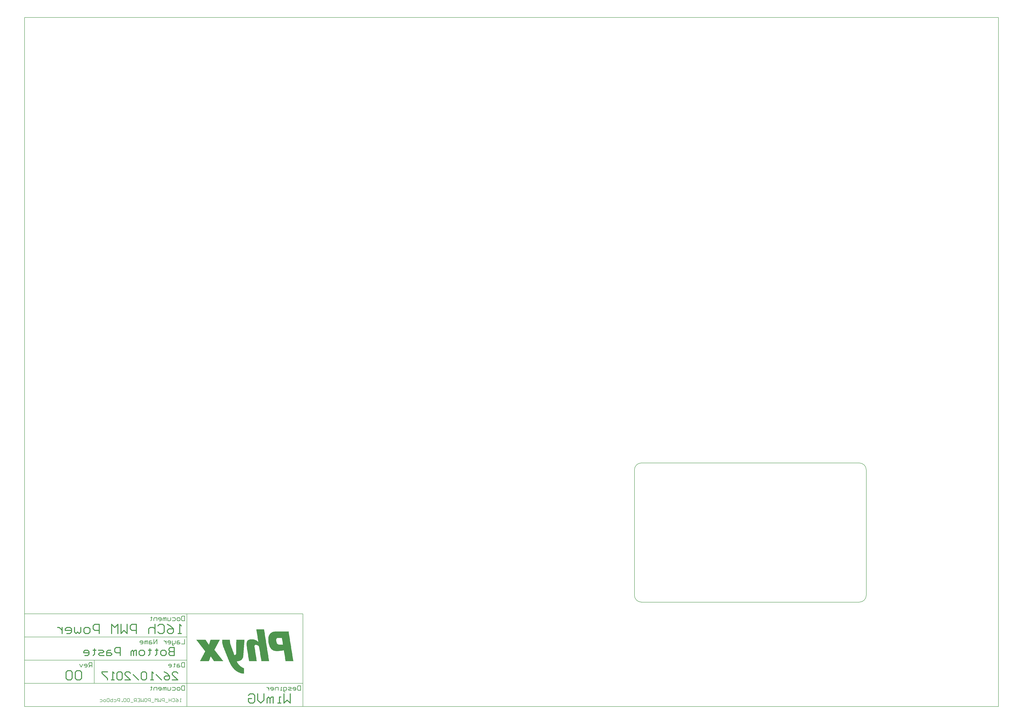
<source format=gbp>
G04 Layer_Color=128*
%FSLAX25Y25*%
%MOIN*%
G70*
G01*
G75*
%ADD11C,0.00787*%
%ADD13C,0.01575*%
%ADD23C,0.00984*%
G36*
X111204Y-64032D02*
Y-64318D01*
Y-64605D01*
Y-64891D01*
Y-65177D01*
Y-65464D01*
Y-65750D01*
Y-66036D01*
Y-66322D01*
Y-66609D01*
Y-66895D01*
Y-67181D01*
Y-67468D01*
Y-67754D01*
Y-68040D01*
Y-68327D01*
Y-68613D01*
Y-68899D01*
Y-69186D01*
Y-69472D01*
Y-69758D01*
X111490D01*
Y-70044D01*
Y-70331D01*
Y-70617D01*
Y-70903D01*
Y-71190D01*
X111776D01*
Y-71476D01*
Y-71762D01*
Y-72049D01*
Y-72335D01*
X112063D01*
Y-72621D01*
Y-72908D01*
Y-73194D01*
Y-73480D01*
X112349D01*
Y-73767D01*
Y-74053D01*
Y-74339D01*
X112635D01*
Y-74625D01*
Y-74912D01*
Y-75198D01*
X112922D01*
Y-75485D01*
Y-75771D01*
Y-76057D01*
X113208D01*
Y-76343D01*
Y-76630D01*
Y-76916D01*
X113494D01*
Y-77202D01*
Y-77489D01*
X113781D01*
Y-77775D01*
Y-78061D01*
X114067D01*
Y-78348D01*
Y-78634D01*
Y-78920D01*
X114353D01*
Y-79207D01*
Y-79493D01*
X114640D01*
Y-79779D01*
Y-80066D01*
Y-80352D01*
X114926D01*
Y-80638D01*
Y-80924D01*
X115212D01*
Y-81211D01*
Y-81497D01*
Y-81783D01*
X115499D01*
Y-82070D01*
Y-82356D01*
X115785D01*
Y-82642D01*
Y-82929D01*
Y-83215D01*
X116071D01*
Y-83501D01*
Y-83788D01*
X116358D01*
Y-84074D01*
Y-84360D01*
Y-84646D01*
X116644D01*
Y-84933D01*
Y-85219D01*
X116930D01*
Y-85505D01*
Y-85792D01*
Y-86078D01*
X117216D01*
Y-86364D01*
Y-86651D01*
X117503D01*
Y-86937D01*
Y-87223D01*
Y-87510D01*
X117789D01*
Y-87796D01*
Y-88082D01*
X118075D01*
Y-88369D01*
Y-88655D01*
Y-88941D01*
X118362D01*
Y-89227D01*
Y-89514D01*
X118648D01*
Y-89800D01*
Y-90086D01*
Y-90373D01*
X118934D01*
Y-90659D01*
Y-90945D01*
X119221D01*
Y-91232D01*
Y-91518D01*
Y-91804D01*
X119507D01*
Y-92091D01*
Y-92377D01*
X119793D01*
Y-92663D01*
Y-92950D01*
Y-93236D01*
X120080D01*
Y-93522D01*
Y-93809D01*
X120366D01*
Y-94095D01*
Y-94381D01*
Y-94667D01*
X120652D01*
Y-94954D01*
Y-95240D01*
X120939D01*
Y-95526D01*
Y-95813D01*
Y-96099D01*
X121225D01*
Y-96385D01*
Y-96672D01*
X121511D01*
Y-96958D01*
Y-97244D01*
Y-97531D01*
X121797D01*
Y-97817D01*
Y-98103D01*
X122084D01*
Y-98390D01*
Y-98676D01*
Y-98962D01*
X122370D01*
Y-99248D01*
Y-99535D01*
X122656D01*
Y-99821D01*
Y-100107D01*
Y-100394D01*
X122943D01*
Y-100680D01*
Y-100966D01*
X123229D01*
Y-101253D01*
Y-101539D01*
X123515D01*
Y-101825D01*
Y-102112D01*
X123802D01*
Y-102398D01*
Y-102684D01*
Y-102971D01*
X124088D01*
Y-103257D01*
X124374D01*
Y-103543D01*
Y-103829D01*
Y-104116D01*
X124661D01*
Y-104402D01*
X124947D01*
Y-104688D01*
Y-104975D01*
X125233D01*
Y-105261D01*
Y-105547D01*
X125520D01*
Y-105834D01*
Y-106120D01*
X125806D01*
Y-106406D01*
Y-106693D01*
X126092D01*
Y-106979D01*
X126378D01*
Y-107265D01*
Y-107552D01*
X126665D01*
Y-107838D01*
Y-108124D01*
X126951D01*
Y-108410D01*
X127237D01*
Y-108697D01*
X127524D01*
Y-108983D01*
Y-109269D01*
X127810D01*
Y-109556D01*
X128096D01*
Y-109842D01*
Y-110128D01*
X128383D01*
Y-110415D01*
X128669D01*
Y-110701D01*
X128955D01*
Y-110987D01*
Y-111274D01*
X129242D01*
Y-111560D01*
X129528D01*
Y-111846D01*
X129814D01*
Y-112133D01*
X130101D01*
Y-112419D01*
X130387D01*
Y-112705D01*
Y-112991D01*
X130673D01*
Y-113278D01*
X130959D01*
Y-113564D01*
X131246D01*
Y-113850D01*
X131532D01*
Y-114137D01*
X131818D01*
Y-114423D01*
X132105D01*
Y-114709D01*
X132391D01*
Y-114996D01*
X132964D01*
Y-115282D01*
X133250D01*
Y-115568D01*
X133536D01*
Y-115855D01*
X133823D01*
Y-116141D01*
X134109D01*
Y-116427D01*
X134681D01*
Y-116714D01*
X134968D01*
Y-117000D01*
X135540D01*
Y-117286D01*
X135827D01*
Y-117572D01*
X136399D01*
Y-117859D01*
X136686D01*
Y-118145D01*
X137258D01*
Y-118431D01*
X137831D01*
Y-118718D01*
X138404D01*
Y-119004D01*
X138976D01*
Y-119290D01*
X139549D01*
Y-119577D01*
X140408D01*
Y-119863D01*
X140980D01*
Y-120149D01*
X141839D01*
Y-120436D01*
X142985D01*
Y-120722D01*
X144130D01*
Y-121008D01*
X145848D01*
Y-121294D01*
X147852D01*
Y-121581D01*
X148138D01*
Y-121294D01*
Y-121008D01*
Y-120722D01*
Y-120436D01*
Y-120149D01*
Y-119863D01*
Y-119577D01*
Y-119290D01*
Y-119004D01*
Y-118718D01*
Y-118431D01*
Y-118145D01*
Y-117859D01*
Y-117572D01*
Y-117286D01*
Y-117000D01*
Y-116714D01*
Y-116427D01*
Y-116141D01*
Y-115855D01*
Y-115568D01*
Y-115282D01*
Y-114996D01*
Y-114709D01*
Y-114423D01*
Y-114137D01*
Y-113850D01*
Y-113564D01*
Y-113278D01*
Y-112991D01*
Y-112705D01*
Y-112419D01*
Y-112133D01*
X147566D01*
Y-111846D01*
X146993D01*
Y-111560D01*
X146420D01*
Y-111274D01*
X145848D01*
Y-110987D01*
X145275D01*
Y-110701D01*
X144702D01*
Y-110415D01*
X144416D01*
Y-110128D01*
X143843D01*
Y-109842D01*
X143557D01*
Y-109556D01*
X142985D01*
Y-109269D01*
X142698D01*
Y-108983D01*
X142412D01*
Y-108697D01*
X141839D01*
Y-108410D01*
X141553D01*
Y-108124D01*
X141267D01*
Y-107838D01*
X140980D01*
Y-107552D01*
X140694D01*
Y-107265D01*
X140408D01*
Y-106979D01*
X140121D01*
Y-106693D01*
X139835D01*
Y-106406D01*
X139549D01*
Y-106120D01*
X139262D01*
Y-105834D01*
X138976D01*
Y-105547D01*
X138690D01*
Y-105261D01*
Y-104975D01*
X138404D01*
Y-104688D01*
X138117D01*
Y-104402D01*
X137831D01*
Y-104116D01*
Y-103829D01*
X137545D01*
Y-103543D01*
X137258D01*
Y-103257D01*
Y-102971D01*
X136972D01*
Y-102684D01*
Y-102398D01*
X136686D01*
Y-102112D01*
X136399D01*
Y-101825D01*
Y-101539D01*
X136113D01*
Y-101253D01*
Y-100966D01*
X135827D01*
Y-100680D01*
Y-100394D01*
X137545D01*
Y-100107D01*
X139549D01*
Y-99821D01*
X140694D01*
Y-99535D01*
X141267D01*
Y-99248D01*
X142126D01*
Y-98962D01*
X142698D01*
Y-98676D01*
X142985D01*
Y-98390D01*
X143557D01*
Y-98103D01*
X143843D01*
Y-97817D01*
X144130D01*
Y-97531D01*
X144416D01*
Y-97244D01*
X144702D01*
Y-96958D01*
X144989D01*
Y-96672D01*
Y-96385D01*
X145275D01*
Y-96099D01*
X145561D01*
Y-95813D01*
Y-95526D01*
X145848D01*
Y-95240D01*
Y-94954D01*
X146134D01*
Y-94667D01*
Y-94381D01*
X146420D01*
Y-94095D01*
Y-93809D01*
Y-93522D01*
X146707D01*
Y-93236D01*
Y-92950D01*
Y-92663D01*
Y-92377D01*
X146993D01*
Y-92091D01*
Y-91804D01*
Y-91518D01*
Y-91232D01*
Y-90945D01*
Y-90659D01*
Y-90373D01*
X147279D01*
Y-90086D01*
Y-89800D01*
Y-89514D01*
Y-89227D01*
Y-88941D01*
Y-88655D01*
Y-88369D01*
Y-88082D01*
Y-87796D01*
Y-87510D01*
Y-87223D01*
Y-86937D01*
Y-86651D01*
Y-86364D01*
Y-86078D01*
X147566D01*
Y-85792D01*
Y-85505D01*
Y-85219D01*
Y-84933D01*
Y-84646D01*
Y-84360D01*
Y-84074D01*
Y-83788D01*
Y-83501D01*
Y-83215D01*
Y-82929D01*
Y-82642D01*
Y-82356D01*
Y-82070D01*
Y-81783D01*
X147852D01*
Y-81497D01*
Y-81211D01*
Y-80924D01*
Y-80638D01*
Y-80352D01*
Y-80066D01*
Y-79779D01*
Y-79493D01*
Y-79207D01*
Y-78920D01*
Y-78634D01*
Y-78348D01*
Y-78061D01*
Y-77775D01*
Y-77489D01*
Y-77202D01*
X148138D01*
Y-76916D01*
Y-76630D01*
Y-76343D01*
Y-76057D01*
Y-75771D01*
Y-75485D01*
Y-75198D01*
Y-74912D01*
Y-74625D01*
Y-74339D01*
Y-74053D01*
Y-73767D01*
Y-73480D01*
Y-73194D01*
Y-72908D01*
Y-72621D01*
X148424D01*
Y-72335D01*
Y-72049D01*
Y-71762D01*
Y-71476D01*
Y-71190D01*
Y-70903D01*
Y-70617D01*
Y-70331D01*
Y-70044D01*
Y-69758D01*
Y-69472D01*
Y-69186D01*
Y-68899D01*
Y-68613D01*
X148711D01*
Y-68327D01*
Y-68040D01*
Y-67754D01*
Y-67468D01*
Y-67181D01*
Y-66895D01*
Y-66609D01*
Y-66322D01*
Y-66036D01*
Y-65750D01*
Y-65464D01*
Y-65177D01*
Y-64891D01*
Y-64605D01*
Y-64318D01*
Y-64032D01*
X148997D01*
Y-63746D01*
X135254D01*
Y-64032D01*
Y-64318D01*
Y-64605D01*
Y-64891D01*
Y-65177D01*
Y-65464D01*
Y-65750D01*
Y-66036D01*
Y-66322D01*
Y-66609D01*
Y-66895D01*
Y-67181D01*
Y-67468D01*
Y-67754D01*
X134968D01*
Y-68040D01*
Y-68327D01*
Y-68613D01*
Y-68899D01*
Y-69186D01*
Y-69472D01*
Y-69758D01*
Y-70044D01*
Y-70331D01*
Y-70617D01*
Y-70903D01*
Y-71190D01*
Y-71476D01*
Y-71762D01*
Y-72049D01*
Y-72335D01*
Y-72621D01*
Y-72908D01*
Y-73194D01*
Y-73480D01*
Y-73767D01*
Y-74053D01*
Y-74339D01*
Y-74625D01*
Y-74912D01*
Y-75198D01*
Y-75485D01*
Y-75771D01*
Y-76057D01*
Y-76343D01*
Y-76630D01*
Y-76916D01*
Y-77202D01*
Y-77489D01*
Y-77775D01*
Y-78061D01*
Y-78348D01*
Y-78634D01*
Y-78920D01*
Y-79207D01*
Y-79493D01*
X134681D01*
Y-79779D01*
X134968D01*
Y-80066D01*
Y-80352D01*
X134681D01*
Y-80638D01*
Y-80924D01*
Y-81211D01*
Y-81497D01*
Y-81783D01*
Y-82070D01*
Y-82356D01*
Y-82642D01*
Y-82929D01*
Y-83215D01*
Y-83501D01*
Y-83788D01*
Y-84074D01*
Y-84360D01*
Y-84646D01*
Y-84933D01*
Y-85219D01*
Y-85505D01*
Y-85792D01*
Y-86078D01*
Y-86364D01*
Y-86651D01*
Y-86937D01*
Y-87223D01*
Y-87510D01*
Y-87796D01*
X134395D01*
Y-88082D01*
Y-88369D01*
Y-88655D01*
X134109D01*
Y-88941D01*
X133823D01*
Y-89227D01*
X133536D01*
Y-89514D01*
X132677D01*
Y-89800D01*
X131818D01*
Y-89514D01*
X131532D01*
Y-89227D01*
Y-88941D01*
Y-88655D01*
X131246D01*
Y-88369D01*
Y-88082D01*
X130959D01*
Y-87796D01*
Y-87510D01*
Y-87223D01*
X130673D01*
Y-86937D01*
Y-86651D01*
Y-86364D01*
X130387D01*
Y-86078D01*
Y-85792D01*
Y-85505D01*
X130101D01*
Y-85219D01*
Y-84933D01*
Y-84646D01*
X129814D01*
Y-84360D01*
Y-84074D01*
X129528D01*
Y-83788D01*
Y-83501D01*
Y-83215D01*
X129242D01*
Y-82929D01*
Y-82642D01*
Y-82356D01*
X128955D01*
Y-82070D01*
Y-81783D01*
Y-81497D01*
X128669D01*
Y-81211D01*
Y-80924D01*
X128383D01*
Y-80638D01*
Y-80352D01*
Y-80066D01*
X128096D01*
Y-79779D01*
Y-79493D01*
Y-79207D01*
X127810D01*
Y-78920D01*
Y-78634D01*
Y-78348D01*
X127524D01*
Y-78061D01*
Y-77775D01*
X127237D01*
Y-77489D01*
Y-77202D01*
Y-76916D01*
X126951D01*
Y-76630D01*
Y-76343D01*
Y-76057D01*
X126665D01*
Y-75771D01*
Y-75485D01*
Y-75198D01*
X126378D01*
Y-74912D01*
Y-74625D01*
X126092D01*
Y-74339D01*
Y-74053D01*
Y-73767D01*
X125806D01*
Y-73480D01*
Y-73194D01*
Y-72908D01*
X125520D01*
Y-72621D01*
Y-72335D01*
Y-72049D01*
X125233D01*
Y-71762D01*
Y-71476D01*
Y-71190D01*
Y-70903D01*
X124947D01*
Y-70617D01*
Y-70331D01*
Y-70044D01*
Y-69758D01*
X124661D01*
Y-69472D01*
Y-69186D01*
Y-68899D01*
Y-68613D01*
Y-68327D01*
X124374D01*
Y-68040D01*
Y-67754D01*
Y-67468D01*
Y-67181D01*
Y-66895D01*
Y-66609D01*
X124088D01*
Y-66322D01*
Y-66036D01*
Y-65750D01*
Y-65464D01*
Y-65177D01*
Y-64891D01*
Y-64605D01*
Y-64318D01*
Y-64032D01*
Y-63746D01*
X111204D01*
Y-64032D01*
D02*
G37*
G36*
X169039Y-46567D02*
Y-46853D01*
X169325D01*
Y-47139D01*
Y-47426D01*
Y-47712D01*
Y-47998D01*
Y-48285D01*
Y-48571D01*
X169612D01*
Y-48857D01*
Y-49144D01*
Y-49430D01*
Y-49716D01*
Y-50003D01*
Y-50289D01*
X169898D01*
Y-50575D01*
Y-50862D01*
Y-51148D01*
Y-51434D01*
Y-51720D01*
Y-52007D01*
Y-52293D01*
X170184D01*
Y-52579D01*
Y-52866D01*
Y-53152D01*
Y-53438D01*
Y-53725D01*
Y-54011D01*
X170471D01*
Y-54297D01*
Y-54584D01*
Y-54870D01*
Y-55156D01*
Y-55443D01*
Y-55729D01*
X170757D01*
Y-56015D01*
Y-56301D01*
Y-56588D01*
Y-56874D01*
Y-57161D01*
Y-57447D01*
Y-57733D01*
X171043D01*
Y-58019D01*
Y-58306D01*
Y-58592D01*
Y-58878D01*
Y-59165D01*
Y-59451D01*
X171330D01*
Y-59737D01*
Y-60024D01*
Y-60310D01*
Y-60596D01*
Y-60883D01*
Y-61169D01*
X171616D01*
Y-61455D01*
Y-61742D01*
Y-62028D01*
Y-62314D01*
Y-62600D01*
Y-62887D01*
X171902D01*
Y-63173D01*
Y-63459D01*
Y-63746D01*
Y-64032D01*
Y-64318D01*
Y-64605D01*
Y-64891D01*
X172188D01*
Y-65177D01*
Y-65464D01*
Y-65750D01*
Y-66036D01*
Y-66322D01*
Y-66609D01*
X172475D01*
Y-66895D01*
Y-67181D01*
X171902D01*
Y-66895D01*
X171616D01*
Y-66609D01*
X171330D01*
Y-66322D01*
X170757D01*
Y-66036D01*
X170471D01*
Y-65750D01*
X170184D01*
Y-65464D01*
X169612D01*
Y-65177D01*
X169039D01*
Y-64891D01*
X168753D01*
Y-64605D01*
X168180D01*
Y-64318D01*
X167321D01*
Y-64032D01*
X166749D01*
Y-63746D01*
X165890D01*
Y-63459D01*
X164458D01*
Y-63173D01*
X158159D01*
Y-63459D01*
X157014D01*
Y-63746D01*
X156155D01*
Y-64032D01*
X155582D01*
Y-64318D01*
X155296D01*
Y-64605D01*
X154723D01*
Y-64891D01*
X154437D01*
Y-65177D01*
X154151D01*
Y-65464D01*
X153865D01*
Y-65750D01*
X153578D01*
Y-66036D01*
Y-66322D01*
X153292D01*
Y-66609D01*
Y-66895D01*
X153006D01*
Y-67181D01*
Y-67468D01*
Y-67754D01*
X152719D01*
Y-68040D01*
Y-68327D01*
Y-68613D01*
Y-68899D01*
X152433D01*
Y-69186D01*
Y-69472D01*
Y-69758D01*
Y-70044D01*
Y-70331D01*
Y-70617D01*
Y-70903D01*
Y-71190D01*
Y-71476D01*
Y-71762D01*
Y-72049D01*
Y-72335D01*
Y-72621D01*
Y-72908D01*
Y-73194D01*
Y-73480D01*
Y-73767D01*
Y-74053D01*
X152719D01*
Y-74339D01*
Y-74625D01*
Y-74912D01*
Y-75198D01*
Y-75485D01*
Y-75771D01*
Y-76057D01*
X153006D01*
Y-76343D01*
Y-76630D01*
Y-76916D01*
Y-77202D01*
Y-77489D01*
Y-77775D01*
Y-78061D01*
X153292D01*
Y-78348D01*
Y-78634D01*
Y-78920D01*
Y-79207D01*
Y-79493D01*
Y-79779D01*
X153578D01*
Y-80066D01*
Y-80352D01*
Y-80638D01*
Y-80924D01*
Y-81211D01*
Y-81497D01*
X153865D01*
Y-81783D01*
Y-82070D01*
Y-82356D01*
Y-82642D01*
Y-82929D01*
Y-83215D01*
X154151D01*
Y-83501D01*
Y-83788D01*
Y-84074D01*
Y-84360D01*
Y-84646D01*
Y-84933D01*
Y-85219D01*
X154437D01*
Y-85505D01*
Y-85792D01*
Y-86078D01*
Y-86364D01*
Y-86651D01*
Y-86937D01*
X154723D01*
Y-87223D01*
Y-87510D01*
Y-87796D01*
Y-88082D01*
Y-88369D01*
Y-88655D01*
X155010D01*
Y-88941D01*
Y-89227D01*
Y-89514D01*
Y-89800D01*
Y-90086D01*
Y-90373D01*
Y-90659D01*
X155296D01*
Y-90945D01*
Y-91232D01*
Y-91518D01*
Y-91804D01*
Y-92091D01*
Y-92377D01*
X155582D01*
Y-92663D01*
Y-92950D01*
Y-93236D01*
Y-93522D01*
Y-93809D01*
Y-94095D01*
X155869D01*
Y-94381D01*
Y-94667D01*
Y-94954D01*
Y-95240D01*
Y-95526D01*
Y-95813D01*
X156155D01*
Y-96099D01*
Y-96385D01*
Y-96672D01*
Y-96958D01*
Y-97244D01*
Y-97531D01*
Y-97817D01*
X156441D01*
Y-98103D01*
Y-98390D01*
Y-98676D01*
Y-98962D01*
Y-99248D01*
Y-99535D01*
X156728D01*
Y-99821D01*
Y-100107D01*
X169898D01*
Y-99821D01*
Y-99535D01*
X169612D01*
Y-99248D01*
Y-98962D01*
Y-98676D01*
Y-98390D01*
Y-98103D01*
Y-97817D01*
X169325D01*
Y-97531D01*
Y-97244D01*
Y-96958D01*
Y-96672D01*
Y-96385D01*
Y-96099D01*
Y-95813D01*
X169039D01*
Y-95526D01*
Y-95240D01*
Y-94954D01*
Y-94667D01*
Y-94381D01*
Y-94095D01*
X168753D01*
Y-93809D01*
Y-93522D01*
Y-93236D01*
Y-92950D01*
Y-92663D01*
Y-92377D01*
X168466D01*
Y-92091D01*
Y-91804D01*
Y-91518D01*
Y-91232D01*
Y-90945D01*
Y-90659D01*
Y-90373D01*
X168180D01*
Y-90086D01*
Y-89800D01*
Y-89514D01*
Y-89227D01*
Y-88941D01*
Y-88655D01*
X167894D01*
Y-88369D01*
Y-88082D01*
Y-87796D01*
Y-87510D01*
Y-87223D01*
Y-86937D01*
Y-86651D01*
X167607D01*
Y-86364D01*
Y-86078D01*
Y-85792D01*
Y-85505D01*
Y-85219D01*
Y-84933D01*
X167321D01*
Y-84646D01*
Y-84360D01*
Y-84074D01*
Y-83788D01*
Y-83501D01*
Y-83215D01*
X167035D01*
Y-82929D01*
Y-82642D01*
Y-82356D01*
Y-82070D01*
Y-81783D01*
Y-81497D01*
X166749D01*
Y-81211D01*
Y-80924D01*
Y-80638D01*
Y-80352D01*
Y-80066D01*
Y-79779D01*
Y-79493D01*
X166462D01*
Y-79207D01*
Y-78920D01*
Y-78634D01*
Y-78348D01*
Y-78061D01*
Y-77775D01*
X166176D01*
Y-77489D01*
Y-77202D01*
Y-76916D01*
Y-76630D01*
Y-76343D01*
Y-76057D01*
Y-75771D01*
X165890D01*
Y-75485D01*
Y-75198D01*
Y-74912D01*
Y-74625D01*
Y-74339D01*
Y-74053D01*
X166176D01*
Y-73767D01*
Y-73480D01*
X166462D01*
Y-73194D01*
X166749D01*
Y-72908D01*
X167321D01*
Y-72621D01*
X169039D01*
Y-72908D01*
X170471D01*
Y-73194D01*
X171330D01*
Y-73480D01*
X171902D01*
Y-73767D01*
X172188D01*
Y-74053D01*
X172761D01*
Y-74339D01*
X173047D01*
Y-74625D01*
X173334D01*
Y-74912D01*
Y-75198D01*
X173620D01*
Y-75485D01*
Y-75771D01*
Y-76057D01*
X173906D01*
Y-76343D01*
Y-76630D01*
Y-76916D01*
Y-77202D01*
Y-77489D01*
Y-77775D01*
X174193D01*
Y-78061D01*
Y-78348D01*
Y-78634D01*
Y-78920D01*
Y-79207D01*
Y-79493D01*
Y-79779D01*
X174479D01*
Y-80066D01*
Y-80352D01*
Y-80638D01*
Y-80924D01*
Y-81211D01*
Y-81497D01*
X174765D01*
Y-81783D01*
Y-82070D01*
Y-82356D01*
Y-82642D01*
Y-82929D01*
Y-83215D01*
X175052D01*
Y-83501D01*
Y-83788D01*
Y-84074D01*
Y-84360D01*
Y-84646D01*
Y-84933D01*
X175338D01*
Y-85219D01*
Y-85505D01*
Y-85792D01*
Y-86078D01*
Y-86364D01*
Y-86651D01*
Y-86937D01*
X175624D01*
Y-87223D01*
Y-87510D01*
Y-87796D01*
Y-88082D01*
Y-88369D01*
Y-88655D01*
X175911D01*
Y-88941D01*
Y-89227D01*
Y-89514D01*
Y-89800D01*
Y-90086D01*
Y-90373D01*
X176197D01*
Y-90659D01*
Y-90945D01*
Y-91232D01*
Y-91518D01*
Y-91804D01*
Y-92091D01*
Y-92377D01*
X176483D01*
Y-92663D01*
Y-92950D01*
Y-93236D01*
Y-93522D01*
Y-93809D01*
Y-94095D01*
X176769D01*
Y-94381D01*
Y-94667D01*
Y-94954D01*
Y-95240D01*
Y-95526D01*
Y-95813D01*
X177056D01*
Y-96099D01*
Y-96385D01*
Y-96672D01*
Y-96958D01*
Y-97244D01*
Y-97531D01*
X177342D01*
Y-97817D01*
Y-98103D01*
Y-98390D01*
Y-98676D01*
Y-98962D01*
Y-99248D01*
Y-99535D01*
X177628D01*
Y-99821D01*
Y-100107D01*
X190799D01*
Y-99821D01*
Y-99535D01*
X190513D01*
Y-99248D01*
Y-98962D01*
Y-98676D01*
Y-98390D01*
Y-98103D01*
Y-97817D01*
Y-97531D01*
X190226D01*
Y-97244D01*
Y-96958D01*
Y-96672D01*
Y-96385D01*
Y-96099D01*
Y-95813D01*
X189940D01*
Y-95526D01*
Y-95240D01*
Y-94954D01*
Y-94667D01*
Y-94381D01*
Y-94095D01*
X189654D01*
Y-93809D01*
Y-93522D01*
Y-93236D01*
Y-92950D01*
Y-92663D01*
Y-92377D01*
Y-92091D01*
X189367D01*
Y-91804D01*
Y-91518D01*
Y-91232D01*
Y-90945D01*
Y-90659D01*
Y-90373D01*
X189081D01*
Y-90086D01*
Y-89800D01*
Y-89514D01*
Y-89227D01*
Y-88941D01*
Y-88655D01*
X188795D01*
Y-88369D01*
Y-88082D01*
Y-87796D01*
Y-87510D01*
Y-87223D01*
Y-86937D01*
X188508D01*
Y-86651D01*
Y-86364D01*
Y-86078D01*
Y-85792D01*
Y-85505D01*
Y-85219D01*
Y-84933D01*
X188222D01*
Y-84646D01*
Y-84360D01*
Y-84074D01*
Y-83788D01*
Y-83501D01*
Y-83215D01*
X187936D01*
Y-82929D01*
Y-82642D01*
Y-82356D01*
Y-82070D01*
Y-81783D01*
Y-81497D01*
X187649D01*
Y-81211D01*
Y-80924D01*
Y-80638D01*
Y-80352D01*
Y-80066D01*
Y-79779D01*
Y-79493D01*
X187363D01*
Y-79207D01*
Y-78920D01*
Y-78634D01*
Y-78348D01*
Y-78061D01*
Y-77775D01*
X187077D01*
Y-77489D01*
Y-77202D01*
Y-76916D01*
Y-76630D01*
Y-76343D01*
Y-76057D01*
X186791D01*
Y-75771D01*
Y-75485D01*
Y-75198D01*
Y-74912D01*
Y-74625D01*
Y-74339D01*
X186504D01*
Y-74053D01*
Y-73767D01*
Y-73480D01*
Y-73194D01*
Y-72908D01*
Y-72621D01*
Y-72335D01*
X186218D01*
Y-72049D01*
Y-71762D01*
Y-71476D01*
Y-71190D01*
Y-70903D01*
Y-70617D01*
X185932D01*
Y-70331D01*
Y-70044D01*
Y-69758D01*
Y-69472D01*
Y-69186D01*
Y-68899D01*
X185645D01*
Y-68613D01*
Y-68327D01*
Y-68040D01*
Y-67754D01*
Y-67468D01*
Y-67181D01*
X185359D01*
Y-66895D01*
Y-66609D01*
Y-66322D01*
Y-66036D01*
Y-65750D01*
Y-65464D01*
Y-65177D01*
X185073D01*
Y-64891D01*
Y-64605D01*
Y-64318D01*
Y-64032D01*
Y-63746D01*
Y-63459D01*
X184786D01*
Y-63173D01*
Y-62887D01*
Y-62600D01*
Y-62314D01*
Y-62028D01*
Y-61742D01*
X184500D01*
Y-61455D01*
Y-61169D01*
Y-60883D01*
Y-60596D01*
Y-60310D01*
Y-60024D01*
Y-59737D01*
X184214D01*
Y-59451D01*
Y-59165D01*
Y-58878D01*
Y-58592D01*
Y-58306D01*
Y-58019D01*
X183927D01*
Y-57733D01*
Y-57447D01*
Y-57161D01*
Y-56874D01*
Y-56588D01*
Y-56301D01*
X183641D01*
Y-56015D01*
Y-55729D01*
Y-55443D01*
Y-55156D01*
Y-54870D01*
Y-54584D01*
X183355D01*
Y-54297D01*
Y-54011D01*
Y-53725D01*
Y-53438D01*
Y-53152D01*
Y-52866D01*
Y-52579D01*
X183068D01*
Y-52293D01*
Y-52007D01*
Y-51720D01*
Y-51434D01*
Y-51148D01*
Y-50862D01*
X182782D01*
Y-50575D01*
Y-50289D01*
Y-50003D01*
Y-49716D01*
Y-49430D01*
Y-49144D01*
X182496D01*
Y-48857D01*
Y-48571D01*
Y-48285D01*
Y-47998D01*
Y-47712D01*
Y-47426D01*
Y-47139D01*
X182209D01*
Y-46853D01*
Y-46567D01*
Y-46281D01*
X169039D01*
Y-46567D01*
D02*
G37*
G36*
X200247Y-50003D02*
X198529D01*
Y-50289D01*
X197670D01*
Y-50575D01*
X196811D01*
Y-50862D01*
X195952D01*
Y-51148D01*
X195380D01*
Y-51434D01*
X195094D01*
Y-51720D01*
X194521D01*
Y-52007D01*
X194235D01*
Y-52293D01*
X193662D01*
Y-52579D01*
X193376D01*
Y-52866D01*
X193089D01*
Y-53152D01*
X192803D01*
Y-53438D01*
X192517D01*
Y-53725D01*
X192230D01*
Y-54011D01*
X191944D01*
Y-54297D01*
Y-54584D01*
X191658D01*
Y-54870D01*
X191372D01*
Y-55156D01*
Y-55443D01*
X191085D01*
Y-55729D01*
X190799D01*
Y-56015D01*
Y-56301D01*
X190513D01*
Y-56588D01*
Y-56874D01*
Y-57161D01*
X190226D01*
Y-57447D01*
Y-57733D01*
Y-58019D01*
X189940D01*
Y-58306D01*
Y-58592D01*
Y-58878D01*
Y-59165D01*
X189654D01*
Y-59451D01*
Y-59737D01*
Y-60024D01*
Y-60310D01*
Y-60596D01*
X189367D01*
Y-60883D01*
Y-61169D01*
Y-61455D01*
Y-61742D01*
Y-62028D01*
Y-62314D01*
Y-62600D01*
Y-62887D01*
Y-63173D01*
Y-63459D01*
Y-63746D01*
Y-64032D01*
Y-64318D01*
Y-64605D01*
Y-64891D01*
Y-65177D01*
Y-65464D01*
Y-65750D01*
Y-66036D01*
Y-66322D01*
X189654D01*
Y-66609D01*
Y-66895D01*
Y-67181D01*
Y-67468D01*
Y-67754D01*
Y-68040D01*
Y-68327D01*
X189940D01*
Y-68613D01*
Y-68899D01*
Y-69186D01*
Y-69472D01*
Y-69758D01*
X190226D01*
Y-70044D01*
Y-70331D01*
Y-70617D01*
Y-70903D01*
Y-71190D01*
X190513D01*
Y-71476D01*
Y-71762D01*
Y-72049D01*
X190799D01*
Y-72335D01*
Y-72621D01*
Y-72908D01*
Y-73194D01*
X191085D01*
Y-73480D01*
Y-73767D01*
Y-74053D01*
X191372D01*
Y-74339D01*
Y-74625D01*
X191658D01*
Y-74912D01*
Y-75198D01*
Y-75485D01*
X191944D01*
Y-75771D01*
Y-76057D01*
X192230D01*
Y-76343D01*
Y-76630D01*
X192517D01*
Y-76916D01*
Y-77202D01*
X192803D01*
Y-77489D01*
X193089D01*
Y-77775D01*
Y-78061D01*
X193376D01*
Y-78348D01*
X193662D01*
Y-78634D01*
X193948D01*
Y-78920D01*
Y-79207D01*
X194235D01*
Y-79493D01*
X194521D01*
Y-79779D01*
X194807D01*
Y-80066D01*
X195094D01*
Y-80352D01*
X195380D01*
Y-80638D01*
X195952D01*
Y-80924D01*
X196239D01*
Y-81211D01*
X196811D01*
Y-81497D01*
X197098D01*
Y-81783D01*
X197670D01*
Y-82070D01*
X198529D01*
Y-82356D01*
X199388D01*
Y-82642D01*
X200247D01*
Y-82929D01*
X201965D01*
Y-83215D01*
X207119D01*
Y-82929D01*
X209696D01*
Y-82642D01*
X211700D01*
Y-82356D01*
X213131D01*
Y-82070D01*
X214563D01*
Y-81783D01*
X215994D01*
Y-82070D01*
Y-82356D01*
Y-82642D01*
Y-82929D01*
Y-83215D01*
Y-83501D01*
Y-83788D01*
X216281D01*
Y-84074D01*
Y-84360D01*
Y-84646D01*
Y-84933D01*
Y-85219D01*
Y-85505D01*
X216567D01*
Y-85792D01*
Y-86078D01*
Y-86364D01*
Y-86651D01*
Y-86937D01*
Y-87223D01*
X216853D01*
Y-87510D01*
Y-87796D01*
Y-88082D01*
Y-88369D01*
Y-88655D01*
Y-88941D01*
Y-89227D01*
X217140D01*
Y-89514D01*
Y-89800D01*
Y-90086D01*
Y-90373D01*
Y-90659D01*
Y-90945D01*
X217426D01*
Y-91232D01*
Y-91518D01*
Y-91804D01*
Y-92091D01*
Y-92377D01*
Y-92663D01*
X217712D01*
Y-92950D01*
Y-93236D01*
Y-93522D01*
Y-93809D01*
Y-94095D01*
Y-94381D01*
Y-94667D01*
X217999D01*
Y-94954D01*
Y-95240D01*
Y-95526D01*
Y-95813D01*
Y-96099D01*
Y-96385D01*
X218285D01*
Y-96672D01*
Y-96958D01*
Y-97244D01*
Y-97531D01*
Y-97817D01*
Y-98103D01*
X218571D01*
Y-98390D01*
Y-98676D01*
Y-98962D01*
Y-99248D01*
Y-99535D01*
Y-99821D01*
Y-100107D01*
X232028D01*
Y-99821D01*
X231742D01*
Y-99535D01*
Y-99248D01*
Y-98962D01*
Y-98676D01*
Y-98390D01*
X231455D01*
Y-98103D01*
Y-97817D01*
Y-97531D01*
Y-97244D01*
Y-96958D01*
Y-96672D01*
Y-96385D01*
X231169D01*
Y-96099D01*
Y-95813D01*
Y-95526D01*
Y-95240D01*
Y-94954D01*
Y-94667D01*
X230883D01*
Y-94381D01*
Y-94095D01*
Y-93809D01*
Y-93522D01*
Y-93236D01*
Y-92950D01*
X230596D01*
Y-92663D01*
Y-92377D01*
Y-92091D01*
Y-91804D01*
Y-91518D01*
Y-91232D01*
Y-90945D01*
X230310D01*
Y-90659D01*
Y-90373D01*
Y-90086D01*
Y-89800D01*
Y-89514D01*
Y-89227D01*
X230024D01*
Y-88941D01*
Y-88655D01*
Y-88369D01*
Y-88082D01*
Y-87796D01*
Y-87510D01*
X229737D01*
Y-87223D01*
Y-86937D01*
Y-86651D01*
Y-86364D01*
Y-86078D01*
Y-85792D01*
X229451D01*
Y-85505D01*
Y-85219D01*
Y-84933D01*
Y-84646D01*
Y-84360D01*
Y-84074D01*
Y-83788D01*
X229165D01*
Y-83501D01*
Y-83215D01*
Y-82929D01*
Y-82642D01*
Y-82356D01*
Y-82070D01*
X228878D01*
Y-81783D01*
Y-81497D01*
Y-81211D01*
Y-80924D01*
Y-80638D01*
Y-80352D01*
X228592D01*
Y-80066D01*
Y-79779D01*
Y-79493D01*
Y-79207D01*
Y-78920D01*
Y-78634D01*
X228306D01*
Y-78348D01*
Y-78061D01*
Y-77775D01*
Y-77489D01*
Y-77202D01*
Y-76916D01*
Y-76630D01*
X228019D01*
Y-76343D01*
Y-76057D01*
Y-75771D01*
Y-75485D01*
Y-75198D01*
Y-74912D01*
X227733D01*
Y-74625D01*
Y-74339D01*
Y-74053D01*
Y-73767D01*
Y-73480D01*
Y-73194D01*
X227447D01*
Y-72908D01*
Y-72621D01*
Y-72335D01*
Y-72049D01*
Y-71762D01*
Y-71476D01*
Y-71190D01*
X227161D01*
Y-70903D01*
Y-70617D01*
Y-70331D01*
Y-70044D01*
Y-69758D01*
Y-69472D01*
X226874D01*
Y-69186D01*
Y-68899D01*
Y-68613D01*
Y-68327D01*
Y-68040D01*
Y-67754D01*
X226588D01*
Y-67468D01*
Y-67181D01*
Y-66895D01*
Y-66609D01*
Y-66322D01*
Y-66036D01*
X226302D01*
Y-65750D01*
Y-65464D01*
Y-65177D01*
Y-64891D01*
Y-64605D01*
Y-64318D01*
Y-64032D01*
X226015D01*
Y-63746D01*
Y-63459D01*
Y-63173D01*
Y-62887D01*
Y-62600D01*
Y-62314D01*
X225729D01*
Y-62028D01*
Y-61742D01*
Y-61455D01*
Y-61169D01*
Y-60883D01*
Y-60596D01*
X225443D01*
Y-60310D01*
Y-60024D01*
Y-59737D01*
Y-59451D01*
Y-59165D01*
Y-58878D01*
Y-58592D01*
X225156D01*
Y-58306D01*
Y-58019D01*
Y-57733D01*
Y-57447D01*
Y-57161D01*
Y-56874D01*
X224870D01*
Y-56588D01*
Y-56301D01*
Y-56015D01*
Y-55729D01*
Y-55443D01*
Y-55156D01*
X224584D01*
Y-54870D01*
Y-54584D01*
Y-54297D01*
Y-54011D01*
Y-53725D01*
Y-53438D01*
Y-53152D01*
X224297D01*
Y-52866D01*
Y-52579D01*
Y-52293D01*
Y-52007D01*
Y-51720D01*
Y-51434D01*
X224011D01*
Y-51148D01*
Y-50862D01*
Y-50575D01*
Y-50289D01*
Y-50003D01*
Y-49716D01*
X200247D01*
Y-50003D01*
D02*
G37*
G36*
X67112Y-64032D02*
X67398D01*
Y-64318D01*
X67684D01*
Y-64605D01*
Y-64891D01*
X67971D01*
Y-65177D01*
X68257D01*
Y-65464D01*
X68543D01*
Y-65750D01*
Y-66036D01*
X68830D01*
Y-66322D01*
X69116D01*
Y-66609D01*
X69402D01*
Y-66895D01*
X69688D01*
Y-67181D01*
Y-67468D01*
X69975D01*
Y-67754D01*
X70261D01*
Y-68040D01*
X70547D01*
Y-68327D01*
Y-68613D01*
X70834D01*
Y-68899D01*
X71120D01*
Y-69186D01*
X71406D01*
Y-69472D01*
X71693D01*
Y-69758D01*
Y-70044D01*
X71979D01*
Y-70331D01*
X72265D01*
Y-70617D01*
X72552D01*
Y-70903D01*
Y-71190D01*
X72838D01*
Y-71476D01*
X73124D01*
Y-71762D01*
X73411D01*
Y-72049D01*
Y-72335D01*
X73697D01*
Y-72621D01*
X73983D01*
Y-72908D01*
X74269D01*
Y-73194D01*
X74556D01*
Y-73480D01*
Y-73767D01*
X74842D01*
Y-74053D01*
X75128D01*
Y-74339D01*
X75415D01*
Y-74625D01*
Y-74912D01*
X75701D01*
Y-75198D01*
X75987D01*
Y-75485D01*
X76274D01*
Y-75771D01*
Y-76057D01*
X76560D01*
Y-76343D01*
X76846D01*
Y-76630D01*
X77133D01*
Y-76916D01*
X77419D01*
Y-77202D01*
Y-77489D01*
X77705D01*
Y-77775D01*
X77992D01*
Y-78061D01*
X78278D01*
Y-78348D01*
Y-78634D01*
X78564D01*
Y-78920D01*
X78851D01*
Y-79207D01*
X79137D01*
Y-79493D01*
Y-79779D01*
X79423D01*
Y-80066D01*
X79710D01*
Y-80352D01*
X79996D01*
Y-80638D01*
X80282D01*
Y-80924D01*
Y-81211D01*
X80568D01*
Y-81497D01*
X80855D01*
Y-81783D01*
X81141D01*
Y-82070D01*
Y-82356D01*
X81427D01*
Y-82642D01*
X81714D01*
Y-82929D01*
X82000D01*
Y-83215D01*
X82286D01*
Y-83501D01*
Y-83788D01*
X82000D01*
Y-84074D01*
Y-84360D01*
X81714D01*
Y-84646D01*
Y-84933D01*
X81427D01*
Y-85219D01*
X81141D01*
Y-85505D01*
Y-85792D01*
X80855D01*
Y-86078D01*
Y-86364D01*
X80568D01*
Y-86651D01*
Y-86937D01*
X80282D01*
Y-87223D01*
Y-87510D01*
X79996D01*
Y-87796D01*
Y-88082D01*
X79710D01*
Y-88369D01*
Y-88655D01*
X79423D01*
Y-88941D01*
Y-89227D01*
X79137D01*
Y-89514D01*
Y-89800D01*
X78851D01*
Y-90086D01*
X78564D01*
Y-90373D01*
Y-90659D01*
X78278D01*
Y-90945D01*
Y-91232D01*
X77992D01*
Y-91518D01*
Y-91804D01*
X77705D01*
Y-92091D01*
Y-92377D01*
X77419D01*
Y-92663D01*
Y-92950D01*
X77133D01*
Y-93236D01*
Y-93522D01*
X76846D01*
Y-93809D01*
Y-94095D01*
X76560D01*
Y-94381D01*
X76274D01*
Y-94667D01*
Y-94954D01*
X75987D01*
Y-95240D01*
Y-95526D01*
X75701D01*
Y-95813D01*
Y-96099D01*
X75415D01*
Y-96385D01*
Y-96672D01*
X75128D01*
Y-96958D01*
Y-97244D01*
X74842D01*
Y-97531D01*
Y-97817D01*
X74556D01*
Y-98103D01*
Y-98390D01*
X74269D01*
Y-98676D01*
X73983D01*
Y-98962D01*
Y-99248D01*
X73697D01*
Y-99535D01*
Y-99821D01*
X73411D01*
Y-100107D01*
X88585D01*
Y-99821D01*
X88872D01*
Y-99535D01*
Y-99248D01*
Y-98962D01*
X89158D01*
Y-98676D01*
Y-98390D01*
Y-98103D01*
X89444D01*
Y-97817D01*
Y-97531D01*
X89730D01*
Y-97244D01*
Y-96958D01*
Y-96672D01*
X90017D01*
Y-96385D01*
Y-96099D01*
Y-95813D01*
X90303D01*
Y-95526D01*
Y-95240D01*
X90589D01*
Y-94954D01*
Y-94667D01*
Y-94381D01*
X90876D01*
Y-94095D01*
Y-93809D01*
Y-93522D01*
X91162D01*
Y-93236D01*
Y-92950D01*
Y-92663D01*
X91448D01*
Y-92377D01*
X92021D01*
Y-92663D01*
Y-92950D01*
X92307D01*
Y-93236D01*
X92593D01*
Y-93522D01*
Y-93809D01*
X92880D01*
Y-94095D01*
X93166D01*
Y-94381D01*
Y-94667D01*
X93453D01*
Y-94954D01*
X93739D01*
Y-95240D01*
Y-95526D01*
X94025D01*
Y-95813D01*
X94311D01*
Y-96099D01*
X94598D01*
Y-96385D01*
Y-96672D01*
X94884D01*
Y-96958D01*
X95170D01*
Y-97244D01*
Y-97531D01*
X95457D01*
Y-97817D01*
X95743D01*
Y-98103D01*
Y-98390D01*
X96029D01*
Y-98676D01*
X96316D01*
Y-98962D01*
Y-99248D01*
X96602D01*
Y-99535D01*
X96888D01*
Y-99821D01*
Y-100107D01*
X112922D01*
Y-99821D01*
X112635D01*
Y-99535D01*
X112349D01*
Y-99248D01*
X112063D01*
Y-98962D01*
X111776D01*
Y-98676D01*
Y-98390D01*
X111490D01*
Y-98103D01*
X111204D01*
Y-97817D01*
X110918D01*
Y-97531D01*
X110631D01*
Y-97244D01*
Y-96958D01*
X110345D01*
Y-96672D01*
X110059D01*
Y-96385D01*
X109772D01*
Y-96099D01*
Y-95813D01*
X109486D01*
Y-95526D01*
X109200D01*
Y-95240D01*
X108913D01*
Y-94954D01*
X108627D01*
Y-94667D01*
Y-94381D01*
X108341D01*
Y-94095D01*
X108054D01*
Y-93809D01*
X107768D01*
Y-93522D01*
X107482D01*
Y-93236D01*
Y-92950D01*
X107195D01*
Y-92663D01*
X106909D01*
Y-92377D01*
X106623D01*
Y-92091D01*
Y-91804D01*
X106336D01*
Y-91518D01*
X106050D01*
Y-91232D01*
X105764D01*
Y-90945D01*
X105478D01*
Y-90659D01*
Y-90373D01*
X105191D01*
Y-90086D01*
X104905D01*
Y-89800D01*
X104619D01*
Y-89514D01*
Y-89227D01*
X104332D01*
Y-88941D01*
X104046D01*
Y-88655D01*
X103760D01*
Y-88369D01*
X103473D01*
Y-88082D01*
Y-87796D01*
X103187D01*
Y-87510D01*
X102901D01*
Y-87223D01*
X102614D01*
Y-86937D01*
Y-86651D01*
X102328D01*
Y-86364D01*
X102042D01*
Y-86078D01*
X101755D01*
Y-85792D01*
X101469D01*
Y-85505D01*
Y-85219D01*
X101183D01*
Y-84933D01*
X100897D01*
Y-84646D01*
X100610D01*
Y-84360D01*
X100324D01*
Y-84074D01*
Y-83788D01*
X100038D01*
Y-83501D01*
X99751D01*
Y-83215D01*
X99465D01*
Y-82929D01*
Y-82642D01*
X99179D01*
Y-82356D01*
X98892D01*
Y-82070D01*
X98606D01*
Y-81783D01*
X98320D01*
Y-81497D01*
Y-81211D01*
X98033D01*
Y-80924D01*
Y-80638D01*
Y-80352D01*
X98320D01*
Y-80066D01*
X98606D01*
Y-79779D01*
Y-79493D01*
X98892D01*
Y-79207D01*
Y-78920D01*
X99179D01*
Y-78634D01*
Y-78348D01*
X99465D01*
Y-78061D01*
Y-77775D01*
X99751D01*
Y-77489D01*
Y-77202D01*
X100038D01*
Y-76916D01*
Y-76630D01*
X100324D01*
Y-76343D01*
X100610D01*
Y-76057D01*
Y-75771D01*
X100897D01*
Y-75485D01*
Y-75198D01*
X101183D01*
Y-74912D01*
Y-74625D01*
X101469D01*
Y-74339D01*
Y-74053D01*
X101755D01*
Y-73767D01*
Y-73480D01*
X102042D01*
Y-73194D01*
Y-72908D01*
X102328D01*
Y-72621D01*
X102614D01*
Y-72335D01*
Y-72049D01*
X102901D01*
Y-71762D01*
Y-71476D01*
X103187D01*
Y-71190D01*
Y-70903D01*
X103473D01*
Y-70617D01*
Y-70331D01*
X103760D01*
Y-70044D01*
Y-69758D01*
X104046D01*
Y-69472D01*
Y-69186D01*
X104332D01*
Y-68899D01*
Y-68613D01*
X104619D01*
Y-68327D01*
X104905D01*
Y-68040D01*
Y-67754D01*
X105191D01*
Y-67468D01*
Y-67181D01*
X105478D01*
Y-66895D01*
Y-66609D01*
X105764D01*
Y-66322D01*
Y-66036D01*
X106050D01*
Y-65750D01*
Y-65464D01*
X106336D01*
Y-65177D01*
Y-64891D01*
X106623D01*
Y-64605D01*
X106909D01*
Y-64318D01*
Y-64032D01*
X107195D01*
Y-63746D01*
X91448D01*
Y-64032D01*
X91162D01*
Y-64318D01*
Y-64605D01*
Y-64891D01*
X90876D01*
Y-65177D01*
Y-65464D01*
Y-65750D01*
X90589D01*
Y-66036D01*
Y-66322D01*
Y-66609D01*
X90303D01*
Y-66895D01*
Y-67181D01*
Y-67468D01*
X90017D01*
Y-67754D01*
Y-68040D01*
Y-68327D01*
X89730D01*
Y-68613D01*
Y-68899D01*
Y-69186D01*
X89444D01*
Y-69472D01*
Y-69758D01*
Y-70044D01*
X89158D01*
Y-70331D01*
Y-70617D01*
Y-70903D01*
X88872D01*
Y-71190D01*
Y-71476D01*
Y-71762D01*
Y-72049D01*
X88299D01*
Y-71762D01*
X88012D01*
Y-71476D01*
X87726D01*
Y-71190D01*
Y-70903D01*
X87440D01*
Y-70617D01*
X87154D01*
Y-70331D01*
Y-70044D01*
X86867D01*
Y-69758D01*
X86581D01*
Y-69472D01*
Y-69186D01*
X86295D01*
Y-68899D01*
X86008D01*
Y-68613D01*
Y-68327D01*
X85722D01*
Y-68040D01*
X85436D01*
Y-67754D01*
Y-67468D01*
X85149D01*
Y-67181D01*
X84863D01*
Y-66895D01*
Y-66609D01*
X84577D01*
Y-66322D01*
X84290D01*
Y-66036D01*
Y-65750D01*
X84004D01*
Y-65464D01*
X83718D01*
Y-65177D01*
Y-64891D01*
X83432D01*
Y-64605D01*
X83145D01*
Y-64318D01*
Y-64032D01*
X82859D01*
Y-63746D01*
X67112D01*
Y-64032D01*
D02*
G37*
%LPC*%
G36*
X204542Y-60883D02*
X212559D01*
Y-61169D01*
Y-61455D01*
Y-61742D01*
Y-62028D01*
Y-62314D01*
X212845D01*
Y-62600D01*
Y-62887D01*
Y-63173D01*
Y-63459D01*
Y-63746D01*
Y-64032D01*
X213131D01*
Y-64318D01*
Y-64605D01*
Y-64891D01*
Y-65177D01*
Y-65464D01*
Y-65750D01*
X213418D01*
Y-66036D01*
Y-66322D01*
Y-66609D01*
Y-66895D01*
Y-67181D01*
Y-67468D01*
X213704D01*
Y-67754D01*
Y-68040D01*
Y-68327D01*
Y-68613D01*
Y-68899D01*
Y-69186D01*
Y-69472D01*
X213990D01*
Y-69758D01*
Y-70044D01*
Y-70331D01*
Y-70617D01*
Y-70903D01*
Y-71190D01*
X214277D01*
Y-71476D01*
Y-71762D01*
Y-72049D01*
X207119D01*
Y-71762D01*
X205973D01*
Y-71476D01*
X205401D01*
Y-71190D01*
X205115D01*
Y-70903D01*
X204828D01*
Y-70617D01*
X204542D01*
Y-70331D01*
X204256D01*
Y-70044D01*
Y-69758D01*
X203969D01*
Y-69472D01*
Y-69186D01*
X203683D01*
Y-68899D01*
Y-68613D01*
X203397D01*
Y-68327D01*
Y-68040D01*
Y-67754D01*
Y-67468D01*
X203110D01*
Y-67181D01*
Y-66895D01*
Y-66609D01*
Y-66322D01*
Y-66036D01*
X202824D01*
Y-65750D01*
Y-65464D01*
Y-65177D01*
Y-64891D01*
Y-64605D01*
Y-64318D01*
Y-64032D01*
Y-63746D01*
Y-63459D01*
Y-63173D01*
Y-62887D01*
X203110D01*
Y-62600D01*
Y-62314D01*
X203397D01*
Y-62028D01*
Y-61742D01*
X203683D01*
Y-61455D01*
X203969D01*
Y-61169D01*
X204542D01*
Y-60883D01*
D02*
G37*
%LPD*%
D11*
X1192913Y0D02*
G03*
X1204724Y11811I0J11811D01*
G01*
X811024D02*
G03*
X822835Y0I11811J0D01*
G01*
Y236221D02*
G03*
X811024Y224410I0J-11811D01*
G01*
X1204724D02*
G03*
X1192913Y236221I-11811J0D01*
G01*
Y0D02*
X822835D01*
X811024Y11811D02*
Y224409D01*
X1192913Y236221D02*
X822835D01*
X1204724Y11811D02*
Y224410D01*
X1429134Y-177165D02*
X-224410D01*
X1429134D02*
Y992126D01*
X-224410Y-177165D02*
Y992126D01*
X1429134D02*
X-224410D01*
X51181Y-177165D02*
Y-19685D01*
X248031Y-177165D02*
Y-19685D01*
X-224410D01*
X248031Y-137795D02*
X-224410D01*
X51181Y-98425D02*
X-224410D01*
X51181Y-59055D02*
X-224410D01*
X-106299Y-137795D02*
Y-98425D01*
X41339Y-169291D02*
X39371D01*
X40355D01*
Y-163388D01*
X41339Y-164372D01*
X32483Y-163388D02*
X34451Y-164372D01*
X36419Y-166340D01*
Y-168307D01*
X35435Y-169291D01*
X33467D01*
X32483Y-168307D01*
Y-167324D01*
X33467Y-166340D01*
X36419D01*
X26580Y-164372D02*
X27564Y-163388D01*
X29531D01*
X30515Y-164372D01*
Y-168307D01*
X29531Y-169291D01*
X27564D01*
X26580Y-168307D01*
X24612Y-163388D02*
Y-169291D01*
Y-166340D01*
X20676D01*
Y-163388D01*
Y-169291D01*
X18708Y-170275D02*
X14772D01*
X12804Y-169291D02*
Y-163388D01*
X9853D01*
X8869Y-164372D01*
Y-166340D01*
X9853Y-167324D01*
X12804D01*
X6901Y-163388D02*
Y-169291D01*
X4933Y-167324D01*
X2965Y-169291D01*
Y-163388D01*
X997Y-169291D02*
Y-163388D01*
X-971Y-165356D01*
X-2938Y-163388D01*
Y-169291D01*
X-4906Y-170275D02*
X-8842D01*
X-10810Y-169291D02*
Y-163388D01*
X-13762D01*
X-14746Y-164372D01*
Y-166340D01*
X-13762Y-167324D01*
X-10810D01*
X-19665Y-163388D02*
X-17697D01*
X-16714Y-164372D01*
Y-168307D01*
X-17697Y-169291D01*
X-19665D01*
X-20649Y-168307D01*
Y-164372D01*
X-19665Y-163388D01*
X-22617D02*
Y-169291D01*
X-24585Y-167324D01*
X-26553Y-169291D01*
Y-163388D01*
X-32456D02*
X-28521D01*
Y-169291D01*
X-32456D01*
X-28521Y-166340D02*
X-30489D01*
X-34424Y-169291D02*
Y-163388D01*
X-37376D01*
X-38360Y-164372D01*
Y-166340D01*
X-37376Y-167324D01*
X-34424D01*
X-36392D02*
X-38360Y-169291D01*
X-40328Y-170275D02*
X-44264D01*
X-46231Y-164372D02*
X-47215Y-163388D01*
X-49183D01*
X-50167Y-164372D01*
Y-168307D01*
X-49183Y-169291D01*
X-47215D01*
X-46231Y-168307D01*
Y-164372D01*
X-52135D02*
X-53119Y-163388D01*
X-55087D01*
X-56071Y-164372D01*
Y-168307D01*
X-55087Y-169291D01*
X-53119D01*
X-52135Y-168307D01*
Y-164372D01*
X-58039Y-169291D02*
Y-168307D01*
X-59023D01*
Y-169291D01*
X-58039D01*
X-62958D02*
Y-163388D01*
X-65910D01*
X-66894Y-164372D01*
Y-166340D01*
X-65910Y-167324D01*
X-62958D01*
X-72798Y-165356D02*
X-69846D01*
X-68862Y-166340D01*
Y-168307D01*
X-69846Y-169291D01*
X-72798D01*
X-74766Y-163388D02*
Y-169291D01*
X-77717D01*
X-78701Y-168307D01*
Y-167324D01*
Y-166340D01*
X-77717Y-165356D01*
X-74766D01*
X-80669Y-163388D02*
Y-169291D01*
X-83621D01*
X-84605Y-168307D01*
Y-164372D01*
X-83621Y-163388D01*
X-80669D01*
X-87557Y-169291D02*
X-89525D01*
X-90509Y-168307D01*
Y-166340D01*
X-89525Y-165356D01*
X-87557D01*
X-86573Y-166340D01*
Y-168307D01*
X-87557Y-169291D01*
X-96412Y-165356D02*
X-93460D01*
X-92476Y-166340D01*
Y-168307D01*
X-93460Y-169291D01*
X-96412D01*
D13*
X29528Y-76776D02*
Y-90551D01*
X22640D01*
X20344Y-88255D01*
Y-85960D01*
X22640Y-83664D01*
X29528D01*
X22640D01*
X20344Y-81368D01*
Y-79072D01*
X22640Y-76776D01*
X29528D01*
X13457Y-90551D02*
X8865D01*
X6569Y-88255D01*
Y-83664D01*
X8865Y-81368D01*
X13457D01*
X15753Y-83664D01*
Y-88255D01*
X13457Y-90551D01*
X-319Y-79072D02*
Y-81368D01*
X1977D01*
X-2614D01*
X-319D01*
Y-88255D01*
X-2614Y-90551D01*
X-11798Y-79072D02*
Y-81368D01*
X-9502D01*
X-14094D01*
X-11798D01*
Y-88255D01*
X-14094Y-90551D01*
X-23277D02*
X-27869D01*
X-30165Y-88255D01*
Y-83664D01*
X-27869Y-81368D01*
X-23277D01*
X-20981Y-83664D01*
Y-88255D01*
X-23277Y-90551D01*
X-34756D02*
Y-81368D01*
X-37052D01*
X-39348Y-83664D01*
Y-90551D01*
Y-83664D01*
X-41644Y-81368D01*
X-43940Y-83664D01*
Y-90551D01*
X-62306D02*
Y-76776D01*
X-69194D01*
X-71490Y-79072D01*
Y-83664D01*
X-69194Y-85960D01*
X-62306D01*
X-78377Y-81368D02*
X-82969D01*
X-85265Y-83664D01*
Y-90551D01*
X-78377D01*
X-76081Y-88255D01*
X-78377Y-85960D01*
X-85265D01*
X-89856Y-90551D02*
X-96744D01*
X-99040Y-88255D01*
X-96744Y-85960D01*
X-92152D01*
X-89856Y-83664D01*
X-92152Y-81368D01*
X-99040D01*
X-105927Y-79072D02*
Y-81368D01*
X-103632D01*
X-108223D01*
X-105927D01*
Y-88255D01*
X-108223Y-90551D01*
X-121998D02*
X-117407D01*
X-115111Y-88255D01*
Y-83664D01*
X-117407Y-81368D01*
X-121998D01*
X-124294Y-83664D01*
Y-85960D01*
X-115111D01*
X41339Y-53150D02*
X36091D01*
X38715D01*
Y-37407D01*
X41339Y-40031D01*
X17724Y-37407D02*
X22972Y-40031D01*
X28220Y-45278D01*
Y-50526D01*
X25596Y-53150D01*
X20348D01*
X17724Y-50526D01*
Y-47902D01*
X20348Y-45278D01*
X28220D01*
X1981Y-40031D02*
X4605Y-37407D01*
X9853D01*
X12477Y-40031D01*
Y-50526D01*
X9853Y-53150D01*
X4605D01*
X1981Y-50526D01*
X-3266Y-37407D02*
Y-53150D01*
Y-45278D01*
X-5890Y-42654D01*
X-11138D01*
X-13762Y-45278D01*
Y-53150D01*
X-34752D02*
Y-37407D01*
X-42624D01*
X-45248Y-40031D01*
Y-45278D01*
X-42624Y-47902D01*
X-34752D01*
X-50495Y-37407D02*
Y-53150D01*
X-55743Y-47902D01*
X-60991Y-53150D01*
Y-37407D01*
X-66238Y-53150D02*
Y-37407D01*
X-71486Y-42654D01*
X-76733Y-37407D01*
Y-53150D01*
X-97724D02*
Y-37407D01*
X-105596D01*
X-108219Y-40031D01*
Y-45278D01*
X-105596Y-47902D01*
X-97724D01*
X-116091Y-53150D02*
X-121338D01*
X-123962Y-50526D01*
Y-45278D01*
X-121338Y-42654D01*
X-116091D01*
X-113467Y-45278D01*
Y-50526D01*
X-116091Y-53150D01*
X-129210Y-42654D02*
Y-50526D01*
X-131834Y-53150D01*
X-134458Y-50526D01*
X-137081Y-53150D01*
X-139705Y-50526D01*
Y-42654D01*
X-152824Y-53150D02*
X-147577D01*
X-144953Y-50526D01*
Y-45278D01*
X-147577Y-42654D01*
X-152824D01*
X-155448Y-45278D01*
Y-47902D01*
X-144953D01*
X-160696Y-42654D02*
Y-53150D01*
Y-47902D01*
X-163320Y-45278D01*
X-165944Y-42654D01*
X-168567D01*
X26250Y-131890D02*
X35433D01*
X26250Y-122706D01*
Y-120411D01*
X28545Y-118115D01*
X33137D01*
X35433Y-120411D01*
X12475Y-118115D02*
X17066Y-120411D01*
X21658Y-125002D01*
Y-129594D01*
X19362Y-131890D01*
X14770D01*
X12475Y-129594D01*
Y-127298D01*
X14770Y-125002D01*
X21658D01*
X7883Y-131890D02*
X-1300Y-122706D01*
X-5892Y-131890D02*
X-10484D01*
X-8188D01*
Y-118115D01*
X-5892Y-120411D01*
X-17371D02*
X-19667Y-118115D01*
X-24259D01*
X-26555Y-120411D01*
Y-129594D01*
X-24259Y-131890D01*
X-19667D01*
X-17371Y-129594D01*
Y-120411D01*
X-31146Y-131890D02*
X-40330Y-122706D01*
X-54105Y-131890D02*
X-44922D01*
X-54105Y-122706D01*
Y-120411D01*
X-51809Y-118115D01*
X-47217D01*
X-44922Y-120411D01*
X-58697D02*
X-60992Y-118115D01*
X-65584D01*
X-67880Y-120411D01*
Y-129594D01*
X-65584Y-131890D01*
X-60992D01*
X-58697Y-129594D01*
Y-120411D01*
X-72472Y-131890D02*
X-77063D01*
X-74768D01*
Y-118115D01*
X-72472Y-120411D01*
X-83951Y-118115D02*
X-93134D01*
Y-120411D01*
X-83951Y-129594D01*
Y-131890D01*
X-127953Y-118771D02*
X-130577Y-116147D01*
X-135824D01*
X-138448Y-118771D01*
Y-129266D01*
X-135824Y-131890D01*
X-130577D01*
X-127953Y-129266D01*
Y-118771D01*
X-143696D02*
X-146319Y-116147D01*
X-151567D01*
X-154191Y-118771D01*
Y-129266D01*
X-151567Y-131890D01*
X-146319D01*
X-143696Y-129266D01*
Y-118771D01*
X226378Y-155517D02*
Y-171260D01*
X221130Y-166012D01*
X215883Y-171260D01*
Y-155517D01*
X210635Y-171260D02*
X205387D01*
X208011D01*
Y-160765D01*
X210635D01*
X197516Y-171260D02*
Y-160765D01*
X194892D01*
X192268Y-163388D01*
Y-171260D01*
Y-163388D01*
X189644Y-160765D01*
X187021Y-163388D01*
Y-171260D01*
X181773Y-155517D02*
Y-166012D01*
X176525Y-171260D01*
X171278Y-166012D01*
Y-155517D01*
X155535Y-158141D02*
X158159Y-155517D01*
X163406D01*
X166030Y-158141D01*
Y-168636D01*
X163406Y-171260D01*
X158159D01*
X155535Y-168636D01*
Y-163388D01*
X160782D01*
D23*
X47244Y-141735D02*
Y-149606D01*
X43308D01*
X41996Y-148294D01*
Y-143047D01*
X43308Y-141735D01*
X47244D01*
X38061Y-149606D02*
X35437D01*
X34125Y-148294D01*
Y-145671D01*
X35437Y-144359D01*
X38061D01*
X39373Y-145671D01*
Y-148294D01*
X38061Y-149606D01*
X26254Y-144359D02*
X30189D01*
X31501Y-145671D01*
Y-148294D01*
X30189Y-149606D01*
X26254D01*
X23630Y-144359D02*
Y-148294D01*
X22318Y-149606D01*
X18382D01*
Y-144359D01*
X15758Y-149606D02*
Y-144359D01*
X14446D01*
X13134Y-145671D01*
Y-149606D01*
Y-145671D01*
X11822Y-144359D01*
X10510Y-145671D01*
Y-149606D01*
X3951D02*
X6575D01*
X7887Y-148294D01*
Y-145671D01*
X6575Y-144359D01*
X3951D01*
X2639Y-145671D01*
Y-146983D01*
X7887D01*
X15Y-149606D02*
Y-144359D01*
X-3920D01*
X-5232Y-145671D01*
Y-149606D01*
X-9168Y-143047D02*
Y-144359D01*
X-7856D01*
X-10480D01*
X-9168D01*
Y-148294D01*
X-10480Y-149606D01*
X47244Y-102365D02*
Y-110236D01*
X43308D01*
X41996Y-108924D01*
Y-103677D01*
X43308Y-102365D01*
X47244D01*
X38061Y-104989D02*
X35437D01*
X34125Y-106300D01*
Y-110236D01*
X38061D01*
X39373Y-108924D01*
X38061Y-107612D01*
X34125D01*
X30189Y-103677D02*
Y-104989D01*
X31501D01*
X28877D01*
X30189D01*
Y-108924D01*
X28877Y-110236D01*
X21006D02*
X23630D01*
X24942Y-108924D01*
Y-106300D01*
X23630Y-104989D01*
X21006D01*
X19694Y-106300D01*
Y-107612D01*
X24942D01*
X47244Y-62995D02*
Y-70866D01*
X41996D01*
X38061Y-65618D02*
X35437D01*
X34125Y-66930D01*
Y-70866D01*
X38061D01*
X39373Y-69554D01*
X38061Y-68242D01*
X34125D01*
X31501Y-65618D02*
Y-69554D01*
X30189Y-70866D01*
X26254D01*
Y-72178D01*
X27565Y-73490D01*
X28877D01*
X26254Y-70866D02*
Y-65618D01*
X19694Y-70866D02*
X22318D01*
X23630Y-69554D01*
Y-66930D01*
X22318Y-65618D01*
X19694D01*
X18382Y-66930D01*
Y-68242D01*
X23630D01*
X15758Y-65618D02*
Y-70866D01*
Y-68242D01*
X14446Y-66930D01*
X13134Y-65618D01*
X11822D01*
X15Y-70866D02*
Y-62995D01*
X-5232Y-70866D01*
Y-62995D01*
X-9168Y-65618D02*
X-11792D01*
X-13104Y-66930D01*
Y-70866D01*
X-9168D01*
X-7856Y-69554D01*
X-9168Y-68242D01*
X-13104D01*
X-15728Y-70866D02*
Y-65618D01*
X-17040D01*
X-18352Y-66930D01*
Y-70866D01*
Y-66930D01*
X-19663Y-65618D01*
X-20975Y-66930D01*
Y-70866D01*
X-27535D02*
X-24911D01*
X-23599Y-69554D01*
Y-66930D01*
X-24911Y-65618D01*
X-27535D01*
X-28847Y-66930D01*
Y-68242D01*
X-23599D01*
X47244Y-23625D02*
Y-31496D01*
X43308D01*
X41996Y-30184D01*
Y-24937D01*
X43308Y-23625D01*
X47244D01*
X38061Y-31496D02*
X35437D01*
X34125Y-30184D01*
Y-27560D01*
X35437Y-26248D01*
X38061D01*
X39373Y-27560D01*
Y-30184D01*
X38061Y-31496D01*
X26254Y-26248D02*
X30189D01*
X31501Y-27560D01*
Y-30184D01*
X30189Y-31496D01*
X26254D01*
X23630Y-26248D02*
Y-30184D01*
X22318Y-31496D01*
X18382D01*
Y-26248D01*
X15758Y-31496D02*
Y-26248D01*
X14446D01*
X13134Y-27560D01*
Y-31496D01*
Y-27560D01*
X11822Y-26248D01*
X10510Y-27560D01*
Y-31496D01*
X3951D02*
X6575D01*
X7887Y-30184D01*
Y-27560D01*
X6575Y-26248D01*
X3951D01*
X2639Y-27560D01*
Y-28872D01*
X7887D01*
X15Y-31496D02*
Y-26248D01*
X-3920D01*
X-5232Y-27560D01*
Y-31496D01*
X-9168Y-24937D02*
Y-26248D01*
X-7856D01*
X-10480D01*
X-9168D01*
Y-30184D01*
X-10480Y-31496D01*
X244094Y-141735D02*
Y-149606D01*
X240159D01*
X238847Y-148294D01*
Y-143047D01*
X240159Y-141735D01*
X244094D01*
X232287Y-149606D02*
X234911D01*
X236223Y-148294D01*
Y-145671D01*
X234911Y-144359D01*
X232287D01*
X230975Y-145671D01*
Y-146983D01*
X236223D01*
X228351Y-149606D02*
X224416D01*
X223104Y-148294D01*
X224416Y-146983D01*
X227040D01*
X228351Y-145671D01*
X227040Y-144359D01*
X223104D01*
X217856Y-152230D02*
X216544D01*
X215232Y-150918D01*
Y-144359D01*
X219168D01*
X220480Y-145671D01*
Y-148294D01*
X219168Y-149606D01*
X215232D01*
X212609D02*
X209985D01*
X211297D01*
Y-144359D01*
X212609D01*
X206049Y-149606D02*
Y-144359D01*
X202113D01*
X200801Y-145671D01*
Y-149606D01*
X194242D02*
X196866D01*
X198178Y-148294D01*
Y-145671D01*
X196866Y-144359D01*
X194242D01*
X192930Y-145671D01*
Y-146983D01*
X198178D01*
X190306Y-144359D02*
Y-149606D01*
Y-146983D01*
X188994Y-145671D01*
X187682Y-144359D01*
X186370D01*
X-110236Y-110236D02*
Y-102365D01*
X-114172D01*
X-115484Y-103677D01*
Y-106300D01*
X-114172Y-107612D01*
X-110236D01*
X-112860D02*
X-115484Y-110236D01*
X-122044D02*
X-119420D01*
X-118108Y-108924D01*
Y-106300D01*
X-119420Y-104989D01*
X-122044D01*
X-123355Y-106300D01*
Y-107612D01*
X-118108D01*
X-125979Y-104989D02*
X-128603Y-110236D01*
X-131227Y-104989D01*
M02*

</source>
